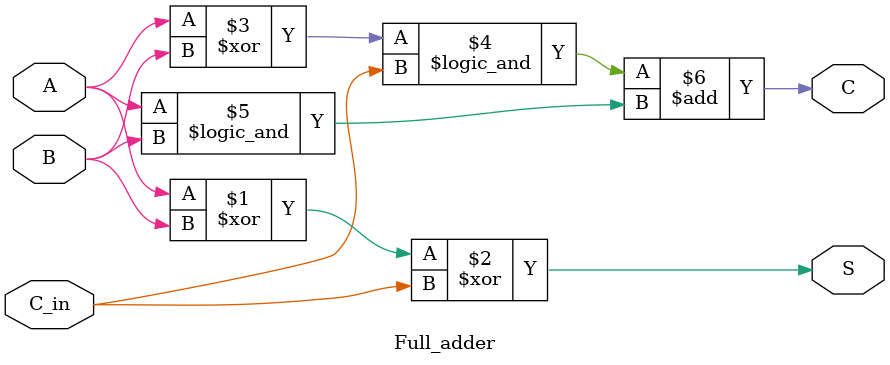
<source format=v>
module PE#(
    parameter SIZE = 8,
    parameter PARTIAL_SUM_WIDTH = 8 + 4 + 4 + $clog2(SIZE), // Size of the partial sum
    parameter ACTIVATION_EXTEND_WIDTH = PARTIAL_SUM_WIDTH - 8 // Width of the extended activation
)(
    input clk,
    input [7:0] Weight_in,
    input [7:0] Activation_in,
    input signed [PARTIAL_SUM_WIDTH-1:0] Partial_Sum_in,
    input Weight_in_valid,
    output reg [7:0] Weight_Pass,
    output Weight_Pass_valid,
    output reg [7:0] Activation_Pass,
    output reg signed [PARTIAL_SUM_WIDTH-1:0] Partial_Sum_out
);
    wire signed [PARTIAL_SUM_WIDTH-1:0] MAC_OUT;

    MAC_Unit #(
        .PARTIAL_SUM_WIDTH(PARTIAL_SUM_WIDTH)
    ) MAC_u1(
        .Activation(Activation_in),
        .Weight(Weight_Pass),
        .Partial_Sum_in(Partial_Sum_in),
        .Partial_Sum_out(MAC_OUT)
    );

    assign Weight_Pass_valid = Weight_in_valid;

    always @(posedge clk) begin
        // Weight pass downward
        if(Weight_in_valid) begin
            Weight_Pass <= Weight_in;
        end
        else begin
            Partial_Sum_out <= MAC_OUT;
            Activation_Pass <= Activation_in;
        end
    end

endmodule

module MAC_Unit #(
    parameter PARTIAL_SUM_WIDTH = 20
)(
    input [7:0] Activation,
    input [7:0] Weight,
    input [PARTIAL_SUM_WIDTH-1:0] Partial_Sum_in,
    output [PARTIAL_SUM_WIDTH-1:0] Partial_Sum_out
);
    wire [15:0] Mul_Result;

    Multiplier_PE m3(Activation,Weight,Mul_Result);
    assign Partial_Sum_out = {{5{Mul_Result[15]}},Mul_Result} + Partial_Sum_in;

endmodule

module Multiplier_PE(input [7:0]activation, input[7:0]weight, output [15:0]sum);
	wire [119:0]C;
	wire [55:0]T_sum;
	wire [7:0]activation_c;
	wire [7:0]weight_c;
	wire [15:0]sum_c;

assign	sum_c[0]=activation_c[0]&&weight_c[0];

//2's complement for activation (8-bit)
Half_adder F200(activation[0]^activation[7],activation[7],activation_c[0],C[80]);
Half_adder F201(activation[1]^activation[7],C[80],activation_c[1],C[81]);
Half_adder F202(activation[2]^activation[7],C[81],activation_c[2],C[82]);
Half_adder F203(activation[3]^activation[7],C[82],activation_c[3],C[83]);
Half_adder F204(activation[4]^activation[7],C[83],activation_c[4],C[84]);
Half_adder F205(activation[5]^activation[7],C[84],activation_c[5],C[85]);
Half_adder F206(activation[6]^activation[7],C[85],activation_c[6],C[86]);
Half_adder F207(activation[7]^activation[7],C[86],activation_c[7],);

//2's complement for weight (8-bit)
Half_adder F208(weight[0]^weight[7],weight[7],weight_c[0],C[87]);
Half_adder F209(weight[1]^weight[7],C[87],weight_c[1],C[88]);
Half_adder F210(weight[2]^weight[7],C[88],weight_c[2],C[89]);
Half_adder F211(weight[3]^weight[7],C[89],weight_c[3],C[90]);
Half_adder F212(weight[4]^weight[7],C[90],weight_c[4],C[91]);
Half_adder F213(weight[5]^weight[7],C[91],weight_c[5],C[92]);
Half_adder F214(weight[6]^weight[7],C[92],weight_c[6],C[93]);
Half_adder F215(weight[7]^weight[7],C[93],weight_c[7],);

// First partial product addition (bit 1)
Half_adder F216(activation_c[1]&&weight_c[0],activation_c[0]&&weight_c[1],sum_c[1],C[0]);

// Second partial product addition (bit 2-8)
Full_adder F217(activation_c[2]&&weight_c[0],activation_c[1]&&weight_c[1],C[0],T_sum[0],C[1]);
Full_adder F218(activation_c[3]&&weight_c[0],activation_c[2]&&weight_c[1],C[1],T_sum[1],C[2]);
Full_adder F219(activation_c[4]&&weight_c[0],activation_c[3]&&weight_c[1],C[2],T_sum[2],C[3]);
Full_adder F220(activation_c[5]&&weight_c[0],activation_c[4]&&weight_c[1],C[3],T_sum[3],C[4]);
Full_adder F221(activation_c[6]&&weight_c[0],activation_c[5]&&weight_c[1],C[4],T_sum[4],C[5]);
Full_adder F222(activation_c[7]&&weight_c[0],activation_c[6]&&weight_c[1],C[5],T_sum[5],C[6]);
Half_adder F223(activation_c[7]&&weight_c[1],C[6],T_sum[6],C[7]);

// Third partial product addition (bit 2-9)
Half_adder F224(T_sum[0],activation_c[0]&&weight_c[2],sum_c[2],C[8]);
Full_adder F225(T_sum[1],activation_c[1]&&weight_c[2],C[8],T_sum[7],C[9]);
Full_adder F226(T_sum[2],activation_c[2]&&weight_c[2],C[9],T_sum[8],C[10]);
Full_adder F227(T_sum[3],activation_c[3]&&weight_c[2],C[10],T_sum[9],C[11]);
Full_adder F228(T_sum[4],activation_c[4]&&weight_c[2],C[11],T_sum[10],C[12]);
Full_adder F229(T_sum[5],activation_c[5]&&weight_c[2],C[12],T_sum[11],C[13]);
Full_adder F230(T_sum[6],activation_c[6]&&weight_c[2],C[13],T_sum[12],C[14]);
Full_adder F231(C[7],activation_c[7]&&weight_c[2],C[14],T_sum[13],C[15]);

// Fourth partial product addition (bit 3-10)
Half_adder F232(T_sum[7],activation_c[0]&&weight_c[3],sum_c[3],C[16]);
Full_adder F233(T_sum[8],activation_c[1]&&weight_c[3],C[16],T_sum[14],C[17]);
Full_adder F234(T_sum[9],activation_c[2]&&weight_c[3],C[17],T_sum[15],C[18]);
Full_adder F235(T_sum[10],activation_c[3]&&weight_c[3],C[18],T_sum[16],C[19]);
Full_adder F236(T_sum[11],activation_c[4]&&weight_c[3],C[19],T_sum[17],C[20]);
Full_adder F237(T_sum[12],activation_c[5]&&weight_c[3],C[20],T_sum[18],C[21]);
Full_adder F238(T_sum[13],activation_c[6]&&weight_c[3],C[21],T_sum[19],C[22]);
Full_adder F239(C[15],activation_c[7]&&weight_c[3],C[22],T_sum[20],C[23]);

// Fifth partial product addition (bit 4-11)
Half_adder F240(T_sum[14],activation_c[0]&&weight_c[4],sum_c[4],C[24]);
Full_adder F241(T_sum[15],activation_c[1]&&weight_c[4],C[24],T_sum[21],C[25]);
Full_adder F242(T_sum[16],activation_c[2]&&weight_c[4],C[25],T_sum[22],C[26]);
Full_adder F243(T_sum[17],activation_c[3]&&weight_c[4],C[26],T_sum[23],C[27]);
Full_adder F244(T_sum[18],activation_c[4]&&weight_c[4],C[27],T_sum[24],C[28]);
Full_adder F245(T_sum[19],activation_c[5]&&weight_c[4],C[28],T_sum[25],C[29]);
Full_adder F246(T_sum[20],activation_c[6]&&weight_c[4],C[29],T_sum[26],C[30]);
Full_adder F247(C[23],activation_c[7]&&weight_c[4],C[30],T_sum[27],C[31]);

// Sixth partial product addition (bit 5-12)
Half_adder F248(T_sum[21],activation_c[0]&&weight_c[5],sum_c[5],C[32]);
Full_adder F249(T_sum[22],activation_c[1]&&weight_c[5],C[32],T_sum[28],C[33]);
Full_adder F250(T_sum[23],activation_c[2]&&weight_c[5],C[33],T_sum[29],C[34]);
Full_adder F251(T_sum[24],activation_c[3]&&weight_c[5],C[34],T_sum[30],C[35]);
Full_adder F252(T_sum[25],activation_c[4]&&weight_c[5],C[35],T_sum[31],C[36]);
Full_adder F253(T_sum[26],activation_c[5]&&weight_c[5],C[36],T_sum[32],C[37]);
Full_adder F254(T_sum[27],activation_c[6]&&weight_c[5],C[37],T_sum[33],C[38]);
Full_adder F255(C[31],activation_c[7]&&weight_c[5],C[38],T_sum[34],C[39]);

// Seventh partial product addition (bit 6-13)
Half_adder F256(T_sum[28],activation_c[0]&&weight_c[6],sum_c[6],C[40]);
Full_adder F257(T_sum[29],activation_c[1]&&weight_c[6],C[40],T_sum[35],C[41]);
Full_adder F258(T_sum[30],activation_c[2]&&weight_c[6],C[41],T_sum[36],C[42]);
Full_adder F259(T_sum[31],activation_c[3]&&weight_c[6],C[42],T_sum[37],C[43]);
Full_adder F260(T_sum[32],activation_c[4]&&weight_c[6],C[43],T_sum[38],C[44]);
Full_adder F261(T_sum[33],activation_c[5]&&weight_c[6],C[44],T_sum[39],C[45]);
Full_adder F262(T_sum[34],activation_c[6]&&weight_c[6],C[45],T_sum[40],C[46]);
Full_adder F263(C[39],activation_c[7]&&weight_c[6],C[46],T_sum[41],C[47]);

// Eighth partial product addition (bit 7-14)
Half_adder F264(T_sum[35],activation_c[0]&&weight_c[7],sum_c[7],C[48]);
Full_adder F265(T_sum[36],activation_c[1]&&weight_c[7],C[48],sum_c[8],C[49]);
Full_adder F266(T_sum[37],activation_c[2]&&weight_c[7],C[49],sum_c[9],C[50]);
Full_adder F267(T_sum[38],activation_c[3]&&weight_c[7],C[50],sum_c[10],C[51]);
Full_adder F268(T_sum[39],activation_c[4]&&weight_c[7],C[51],sum_c[11],C[52]);
Full_adder F269(T_sum[40],activation_c[5]&&weight_c[7],C[52],sum_c[12],C[53]);
Full_adder F270(T_sum[41],activation_c[6]&&weight_c[7],C[53],sum_c[13],C[54]);
Full_adder F271(C[47],activation_c[7]&&weight_c[7],C[54],sum_c[14],sum_c[15]);

// Final 2's complement conversion
Half_adder F272(sum_c[0]^(activation[7]^weight[7]),(activation[7]^weight[7]),sum[0],C[94]);
Half_adder F273(sum_c[1]^(activation[7]^weight[7]),C[94],sum[1],C[95]);
Half_adder F274(sum_c[2]^(activation[7]^weight[7]),C[95],sum[2],C[96]);
Half_adder F275(sum_c[3]^(activation[7]^weight[7]),C[96],sum[3],C[97]);
Half_adder F276(sum_c[4]^(activation[7]^weight[7]),C[97],sum[4],C[98]);
Half_adder F277(sum_c[5]^(activation[7]^weight[7]),C[98],sum[5],C[99]);
Half_adder F278(sum_c[6]^(activation[7]^weight[7]),C[99],sum[6],C[100]);
Half_adder F279(sum_c[7]^(activation[7]^weight[7]),C[100],sum[7],C[101]);
Half_adder F280(sum_c[8]^(activation[7]^weight[7]),C[101],sum[8],C[102]);
Half_adder F281(sum_c[9]^(activation[7]^weight[7]),C[102],sum[9],C[103]);
Half_adder F282(sum_c[10]^(activation[7]^weight[7]),C[103],sum[10],C[104]);
Half_adder F283(sum_c[11]^(activation[7]^weight[7]),C[104],sum[11],C[105]);
Half_adder F284(sum_c[12]^(activation[7]^weight[7]),C[105],sum[12],C[106]);
Half_adder F285(sum_c[13]^(activation[7]^weight[7]),C[106],sum[13],C[107]);
Half_adder F286(sum_c[14]^(activation[7]^weight[7]),C[107],sum[14],C[108]);
Half_adder F287(sum_c[15]^(activation[7]^weight[7]),C[108],sum[15],);

endmodule

module Half_adder(input A,B,output S,C);

assign	S=A^B;
assign C=A&&B;

endmodule

module Full_adder(input A,B,C_in,output S,C);

assign	S=A^B^C_in;
assign 	C=((A^B)&&C_in)+(A&&B);

endmodule
</source>
